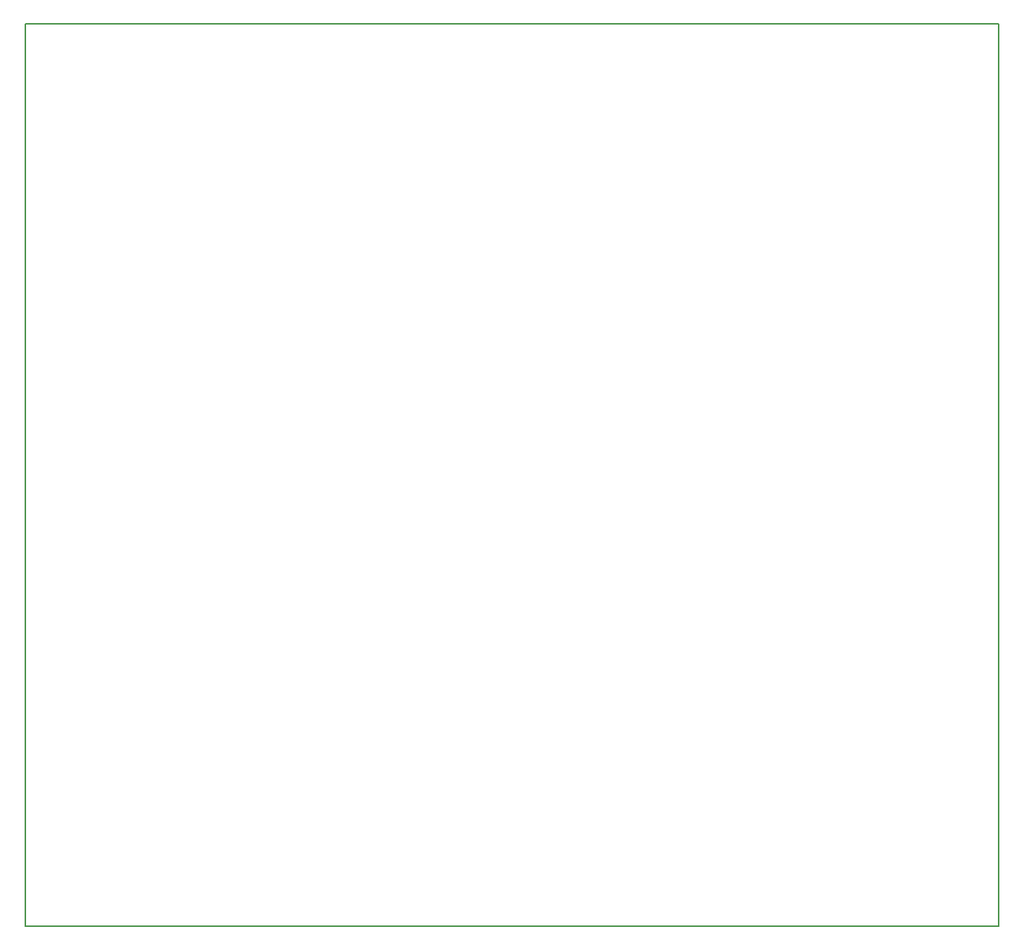
<source format=gm1>
G04 MADE WITH FRITZING*
G04 WWW.FRITZING.ORG*
G04 DOUBLE SIDED*
G04 HOLES PLATED*
G04 CONTOUR ON CENTER OF CONTOUR VECTOR*
%ASAXBY*%
%FSLAX23Y23*%
%MOIN*%
%OFA0B0*%
%SFA1.0B1.0*%
%ADD10R,4.361900X4.049570*%
%ADD11C,0.008000*%
%ADD10C,0.008*%
%LNCONTOUR*%
G90*
G70*
G54D10*
G54D11*
X4Y4046D02*
X4358Y4046D01*
X4358Y4D01*
X4Y4D01*
X4Y4046D01*
D02*
G04 End of contour*
M02*
</source>
